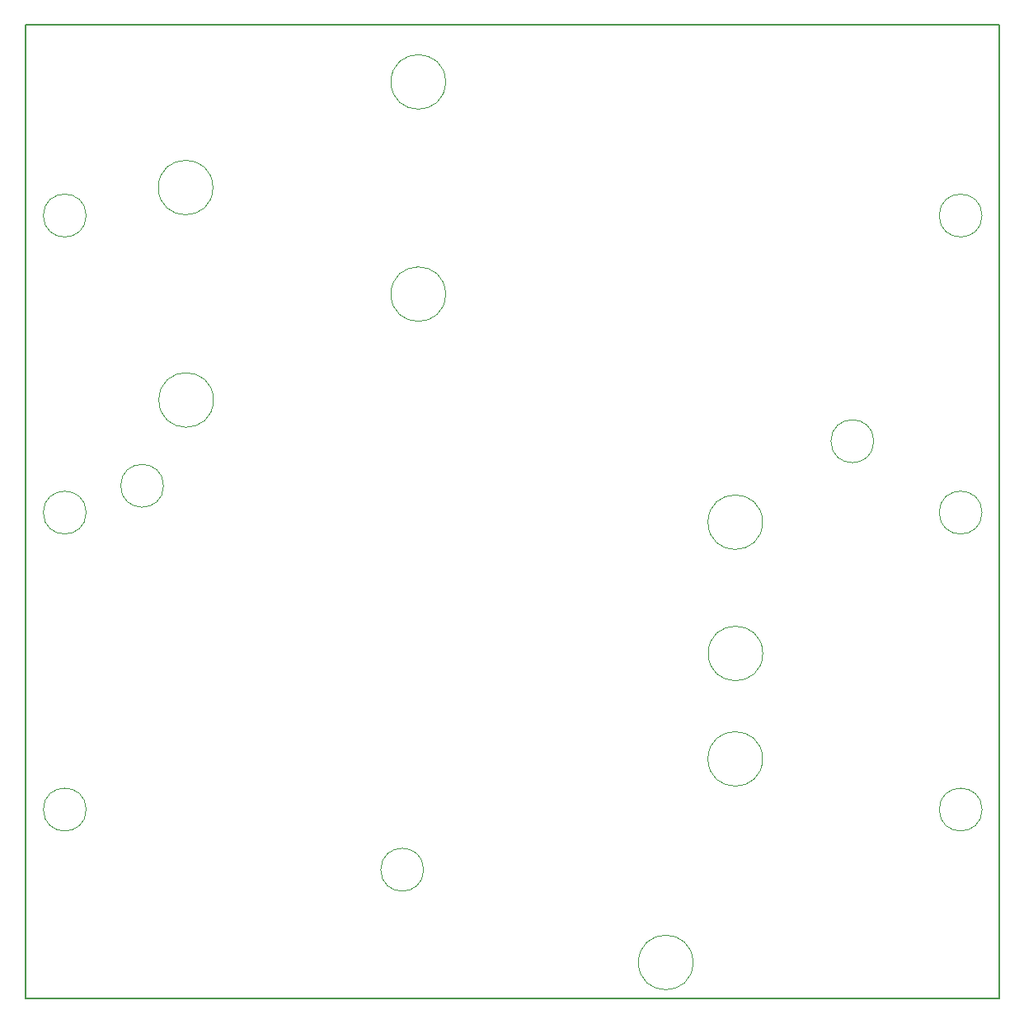
<source format=gbr>
%TF.GenerationSoftware,KiCad,Pcbnew,9.0.3*%
%TF.CreationDate,2025-08-30T18:12:17-03:00*%
%TF.ProjectId,PCB_Conversor,5043425f-436f-46e7-9665-72736f722e6b,rev?*%
%TF.SameCoordinates,Original*%
%TF.FileFunction,Profile,NP*%
%FSLAX46Y46*%
G04 Gerber Fmt 4.6, Leading zero omitted, Abs format (unit mm)*
G04 Created by KiCad (PCBNEW 9.0.3) date 2025-08-30 18:12:17*
%MOMM*%
%LPD*%
G01*
G04 APERTURE LIST*
%TA.AperFunction,Profile*%
%ADD10C,0.050000*%
%TD*%
%TA.AperFunction,Profile*%
%ADD11C,0.100000*%
%TD*%
%TA.AperFunction,Profile*%
%ADD12C,0.200000*%
%TD*%
G04 APERTURE END LIST*
D10*
X128580800Y-112766800D02*
G75*
G02*
X122980800Y-112766800I-2800000J0D01*
G01*
X122980800Y-112766800D02*
G75*
G02*
X128580800Y-112766800I2800000J0D01*
G01*
X59100000Y-67800000D02*
G75*
G02*
X54700000Y-67800000I-2200000J0D01*
G01*
X54700000Y-67800000D02*
G75*
G02*
X59100000Y-67800000I2200000J0D01*
G01*
D11*
X67043000Y-95548246D02*
G75*
G02*
X62643000Y-95548246I-2200000J0D01*
G01*
X62643000Y-95548246D02*
G75*
G02*
X67043000Y-95548246I2200000J0D01*
G01*
D10*
X128555400Y-123596400D02*
G75*
G02*
X122955400Y-123596400I-2800000J0D01*
G01*
X122955400Y-123596400D02*
G75*
G02*
X128555400Y-123596400I2800000J0D01*
G01*
X121418000Y-144500600D02*
G75*
G02*
X115818000Y-144500600I-2800000J0D01*
G01*
X115818000Y-144500600D02*
G75*
G02*
X121418000Y-144500600I2800000J0D01*
G01*
X59100000Y-98300000D02*
G75*
G02*
X54700000Y-98300000I-2200000J0D01*
G01*
X54700000Y-98300000D02*
G75*
G02*
X59100000Y-98300000I2200000J0D01*
G01*
X96008800Y-54076600D02*
G75*
G02*
X90408800Y-54076600I-2800000J0D01*
G01*
X90408800Y-54076600D02*
G75*
G02*
X96008800Y-54076600I2800000J0D01*
G01*
X72116600Y-64922400D02*
G75*
G02*
X66516600Y-64922400I-2800000J0D01*
G01*
X66516600Y-64922400D02*
G75*
G02*
X72116600Y-64922400I2800000J0D01*
G01*
X72167400Y-86741000D02*
G75*
G02*
X66567400Y-86741000I-2800000J0D01*
G01*
X66567400Y-86741000D02*
G75*
G02*
X72167400Y-86741000I2800000J0D01*
G01*
X151100000Y-67800000D02*
G75*
G02*
X146700000Y-67800000I-2200000J0D01*
G01*
X146700000Y-67800000D02*
G75*
G02*
X151100000Y-67800000I2200000J0D01*
G01*
X151100000Y-128800000D02*
G75*
G02*
X146700000Y-128800000I-2200000J0D01*
G01*
X146700000Y-128800000D02*
G75*
G02*
X151100000Y-128800000I2200000J0D01*
G01*
D12*
X52857000Y-48215246D02*
X152857000Y-48215246D01*
X152857000Y-148215246D01*
X52857000Y-148215246D01*
X52857000Y-48215246D01*
D10*
X96008800Y-75869800D02*
G75*
G02*
X90408800Y-75869800I-2800000J0D01*
G01*
X90408800Y-75869800D02*
G75*
G02*
X96008800Y-75869800I2800000J0D01*
G01*
D11*
X93754000Y-134974246D02*
G75*
G02*
X89354000Y-134974246I-2200000J0D01*
G01*
X89354000Y-134974246D02*
G75*
G02*
X93754000Y-134974246I2200000J0D01*
G01*
X139982000Y-90976246D02*
G75*
G02*
X135582000Y-90976246I-2200000J0D01*
G01*
X135582000Y-90976246D02*
G75*
G02*
X139982000Y-90976246I2200000J0D01*
G01*
D10*
X59100000Y-128800000D02*
G75*
G02*
X54700000Y-128800000I-2200000J0D01*
G01*
X54700000Y-128800000D02*
G75*
G02*
X59100000Y-128800000I2200000J0D01*
G01*
X151100000Y-98300000D02*
G75*
G02*
X146700000Y-98300000I-2200000J0D01*
G01*
X146700000Y-98300000D02*
G75*
G02*
X151100000Y-98300000I2200000J0D01*
G01*
X128555400Y-99288600D02*
G75*
G02*
X122955400Y-99288600I-2800000J0D01*
G01*
X122955400Y-99288600D02*
G75*
G02*
X128555400Y-99288600I2800000J0D01*
G01*
M02*

</source>
